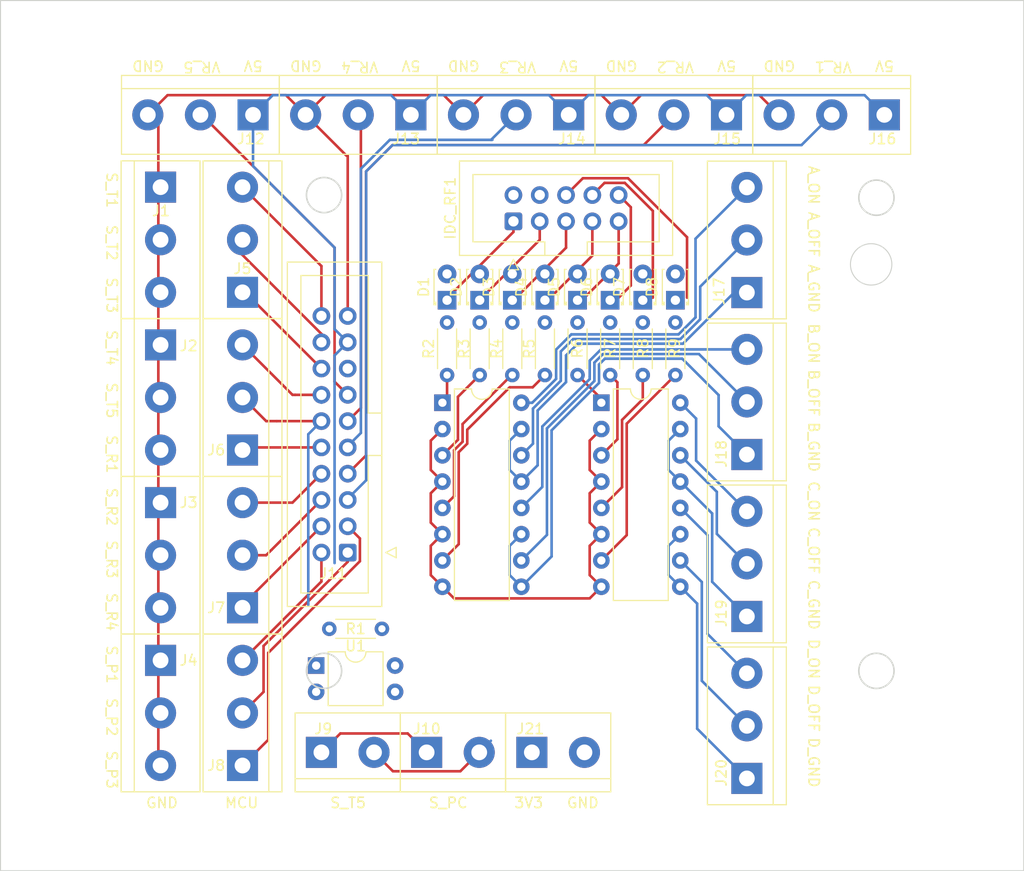
<source format=kicad_pcb>
(kicad_pcb (version 20221018) (generator pcbnew)
  (title_block (title "Control Panel Faceplate IO Breakout Board") (rev "0"))
  (layers (0 "F.Cu" signal) (31 "B.Cu" signal) (34 "B.Paste" user) (35 "F.Paste" user) (36 "B.SilkS" user "B.Silkscreen") (37 "F.SilkS" user "F.Silkscreen") (38 "B.Mask" user) (39 "F.Mask" user) (44 "Edge.Cuts" user))
  (net 0 "")
  (net 1 "/SW_T1")
  (net 2 "/SW_T2")
  (net 3 "/SW_T3")
  (net 4 "/SW_T4")
  (net 5 "/SW_T5")
  (net 6 "/SW_R1")
  (net 7 "/SW_R2")
  (net 8 "/SW_R3")
  (net 9 "/SW_R4")
  (net 10 "/SW_P1")
  (net 11 "/SW_P2")
  (net 12 "/SW_P3")
  (net 13 "/VR_1")
  (net 14 "/VR_2")
  (net 15 "/VR_3")
  (net 16 "/VR_4")
  (net 17 "/VR_5")
  (net 18 "/5V")
  (net 19 "Net-(D1-K)")
  (net 20 "/3V3")
  (net 21 "/GND")
  (net 22 "Net-(D2-K)")
  (net 23 "Net-(D3-K)")
  (net 24 "Net-(D4-K)")
  (net 25 "Net-(D5-K)")
  (net 26 "Net-(D6-K)")
  (net 27 "Net-(D7-K)")
  (net 28 "/GND2")
  (net 29 "Net-(D8-K)")
  (net 30 "/A_ON")
  (net 31 "/A_OFF")
  (net 33 "Net-(J17-Pin_1)")
  (net 34 "Net-(J17-Pin_2)")
  (net 35 "Net-(J17-Pin_3)")
  (net 36 "Net-(J18-Pin_1)")
  (net 37 "Net-(J18-Pin_2)")
  (net 38 "Net-(J18-Pin_3)")
  (net 39 "Net-(J19-Pin_1)")
  (net 40 "Net-(J19-Pin_2)")
  (net 41 "Net-(J19-Pin_3)")
  (net 42 "Net-(J20-Pin_1)")
  (net 43 "Net-(J20-Pin_2)")
  (net 44 "Net-(J20-Pin_3)")
  (net 45 "Net-(R1-Pad1)")
  (net 46 "Net-(R2-Pad1)")
  (net 47 "Net-(R3-Pad1)")
  (net 48 "Net-(R4-Pad1)")
  (net 49 "Net-(R7-Pad1)")
  (net 50 "Net-(R8-Pad1)")
  (net 51 "Net-(R5-Pad1)")
  (net 52 "Net-(R6-Pad1)")
  (net 53 "Net-(R9-Pad1)")
  (net 54 "/B_ON")
  (net 55 "/B_OFF")
  (net 56 "/C_ON")
  (net 57 "/C_OFF")
  (net 58 "/D_ON")
  (net 59 "/D_OFF")
  (net 60 "Net-(J10-Pin_1)")
  (net 61 "Net-(J10-Pin_2)")
  (footprint "TerminalBlock:TerminalBlock_bornier-3_P5.08mm" (layer "F.Cu") (at 75.438 4.445 180)
    (fp_text reference "J16")
    (fp_text value "Screw_Terminal_01x03")
  )
  (footprint "LED_THT:LED_D1.8mm_W3.3mm_H2.4mm" (layer "F.Cu") (at 55.26295 22.352 90)
    (fp_text reference "D8")
    (fp_text value "LED")
  )
  (footprint "Resistor_THT:R_Axial_DIN0204_L3.6mm_D1.6mm_P5.08mm_Horizontal" (layer "F.Cu") (at 55.26295 29.5842 90)
    (fp_text reference "R9")
    (fp_text value "330R" hide)
  )
  (footprint "LED_THT:LED_D1.8mm_W3.3mm_H2.4mm" (layer "F.Cu") (at 45.81415 22.352 90)
    (fp_text reference "D5")
    (fp_text value "LED")
  )
  (footprint "LED_THT:LED_D1.8mm_W3.3mm_H2.4mm" (layer "F.Cu") (at 42.66455 22.352 90)
    (fp_text reference "D4")
    (fp_text value "LED")
  )
  (footprint "TerminalBlock:TerminalBlock_bornier-3_P5.08mm" (layer "F.Cu") (at 5.548858 26.669234 -90)
    (fp_text reference "J2")
    (fp_text value "Screw_Terminal_01x03")
  )
  (footprint "TerminalBlock:TerminalBlock_bornier-3_P5.08mm" (layer "F.Cu") (at 13.462 52.07 90)
    (fp_text reference "J7")
    (fp_text value "Screw_Terminal_01x03")
  )
  (footprint "Connector_IDC:IDC-Header_2x05_P2.54mm_Vertical" (layer "F.Cu") (at 39.624 14.732 90)
    (fp_text reference "IDC_RF1")
    (fp_text value "IDC_SW")
  )
  (footprint "Resistor_THT:R_Axial_DIN0204_L3.6mm_D1.6mm_P5.08mm_Horizontal" (layer "F.Cu") (at 36.36535 29.5842 90)
    (fp_text reference "R3")
    (fp_text value "330R" hide)
  )
  (footprint "LED_THT:LED_D1.8mm_W3.3mm_H2.4mm" (layer "F.Cu") (at 33.21515 22.352 90)
    (fp_text reference "D1")
    (fp_text value "LED")
  )
  (footprint "Package_DIP:DIP-16_W7.62mm" (layer "F.Cu") (at 32.76515 32.258)
    (fp_text reference "U2" hide)
    (fp_text value "LTV-847")
  )
  (footprint "LED_THT:LED_D1.8mm_W3.3mm_H2.4mm" (layer "F.Cu") (at 36.36535 22.352 90)
    (fp_text reference "D2")
    (fp_text value "LED")
  )
  (footprint "Connector_IDC:IDC-Header_2x10_P2.54mm_Vertical" (layer "F.Cu") (at 23.622 46.736 180)
    (fp_text reference "J11")
    (fp_text value "J_IDC_SW_IN")
  )
  (footprint "TerminalBlock:TerminalBlock_bornier-3_P5.08mm" (layer "F.Cu") (at 13.462 67.31 90)
    (fp_text reference "J8")
    (fp_text value "Screw_Terminal_01x03")
  )
  (footprint "TerminalBlock:TerminalBlock_bornier-3_P5.08mm" (layer "F.Cu") (at 13.462 36.83 90)
    (fp_text reference "J6")
    (fp_text value "Screw_Terminal_01x03")
  )
  (footprint "TerminalBlock:TerminalBlock_bornier-3_P5.08mm" (layer "F.Cu") (at 5.548858 11.429234 -90)
    (fp_text reference "J1")
    (fp_text value "Screw_Terminal_01x03")
  )
  (footprint "TerminalBlock:TerminalBlock_bornier-3_P5.08mm" (layer "F.Cu") (at 5.548858 57.149234 -90)
    (fp_text reference "J4")
    (fp_text value "Screw_Terminal_01x03")
  )
  (footprint "Resistor_THT:R_Axial_DIN0204_L3.6mm_D1.6mm_P5.08mm_Horizontal" (layer "F.Cu") (at 42.66455 29.5842 90)
    (fp_text reference "R5")
    (fp_text value "330R" hide)
  )
  (footprint "TerminalBlock:TerminalBlock_bornier-3_P5.08mm" (layer "F.Cu") (at 14.478 4.445 180)
    (fp_text reference "J12")
    (fp_text value "Screw_Terminal_01x03")
  )
  (footprint "TerminalBlock:TerminalBlock_bornier-2_P5.08mm" (layer "F.Cu") (at 21.082 66.04)
    (fp_text reference "J9")
    (fp_text value "Screw_Terminal_01x02")
  )
  (footprint "TerminalBlock:TerminalBlock_bornier-3_P5.08mm" (layer "F.Cu") (at 60.198 4.445 180)
    (fp_text reference "J15")
    (fp_text value "Screw_Terminal_01x03")
  )
  (footprint "Resistor_THT:R_Axial_DIN0204_L3.6mm_D1.6mm_P5.08mm_Horizontal" (layer "F.Cu") (at 48.96375 29.5842 90)
    (fp_text reference "R7")
    (fp_text value "330R" hide)
  )
  (footprint "TerminalBlock:TerminalBlock_bornier-3_P5.08mm" (layer "F.Cu") (at 62.166 21.6132 90)
    (fp_text reference "J17")
    (fp_text value "Screw_Terminal_01x03")
  )
  (footprint "TerminalBlock:TerminalBlock_bornier-2_P5.08mm" (layer "F.Cu") (at 41.402 66.04)
    (fp_text reference "J21")
    (fp_text value "Screw_Terminal_01x02")
  )
  (footprint "TerminalBlock:TerminalBlock_bornier-3_P5.08mm" (layer "F.Cu") (at 29.718 4.445 180)
    (fp_text reference "J13")
    (fp_text value "Screw_Terminal_01x03")
  )
  (footprint "TerminalBlock:TerminalBlock_bornier-2_P5.08mm" (layer "F.Cu") (at 31.242 66.04)
    (fp_text reference "J10")
    (fp_text value "Screw_Terminal_01x02")
  )
  (footprint "Resistor_THT:R_Axial_DIN0204_L3.6mm_D1.6mm_P5.08mm_Horizontal" (layer "F.Cu") (at 45.81415 29.5842 90)
    (fp_text reference "R6")
    (fp_text value "330R" hide)
  )
  (footprint "TerminalBlock:TerminalBlock_bornier-3_P5.08mm" (layer "F.Cu") (at 62.166 68.5568 90)
    (fp_text reference "J20")
    (fp_text value "Screw_Terminal_01x03")
  )
  (footprint "Package_DIP:DIP-16_W7.62mm" (layer "F.Cu") (at 48.11295 32.258)
    (fp_text reference "U3" hide)
    (fp_text value "LTV-847")
  )
  (footprint "Resistor_THT:R_Axial_DIN0204_L3.6mm_D1.6mm_P5.08mm_Horizontal" (layer "F.Cu") (at 52.11335 29.5842 90)
    (fp_text reference "R8")
    (fp_text value "330R" hide)
  )
  (footprint "TerminalBlock:TerminalBlock_bornier-3_P5.08mm" (layer "F.Cu") (at 44.958 4.445 180)
    (fp_text reference "J14")
    (fp_text value "Screw_Terminal_01x03")
  )
  (footprint "TerminalBlock:TerminalBlock_bornier-3_P5.08mm" (layer "F.Cu") (at 5.548858 41.909234 -90)
    (fp_text reference "J3")
    (fp_text value "Screw_Terminal_01x03")
  )
  (footprint "Resistor_THT:R_Axial_DIN0204_L3.6mm_D1.6mm_P5.08mm_Horizontal" (layer "F.Cu") (at 39.51495 29.5842 90)
    (fp_text reference "R4")
    (fp_text value "330R" hide)
  )
  (footprint "LED_THT:LED_D1.8mm_W3.3mm_H2.4mm" (layer "F.Cu") (at 48.96375 22.352 90)
    (fp_text reference "D6")
    (fp_text value "LED")
  )
  (footprint "TerminalBlock:TerminalBlock_bornier-3_P5.08mm" (layer "F.Cu") (at 62.166 52.9104 90)
    (fp_text reference "J19")
    (fp_text value "Screw_Terminal_01x03")
  )
  (footprint "Resistor_THT:R_Axial_DIN0204_L3.6mm_D1.6mm_P5.08mm_Horizontal" (layer "F.Cu") (at 33.21515 29.5842 90)
    (fp_text reference "R2")
    (fp_text value "330R" hide)
  )
  (footprint "TerminalBlock:TerminalBlock_bornier-3_P5.08mm" (layer "F.Cu") (at 62.166 37.264 90)
    (fp_text reference "J18")
    (fp_text value "Screw_Terminal_01x03")
  )
  (footprint "LED_THT:LED_D1.8mm_W3.3mm_H2.4mm" (layer "F.Cu") (at 52.11335 22.352 90)
    (fp_text reference "D7")
    (fp_text value "LED")
  )
  (footprint "TerminalBlock:TerminalBlock_bornier-3_P5.08mm" (layer "F.Cu") (at 13.462 21.59 90)
    (fp_text reference "J5")
    (fp_text value "Screw_Terminal_01x03")
  )
  (footprint "LED_THT:LED_D1.8mm_W3.3mm_H2.4mm" (layer "F.Cu") (at 39.51495 22.352 90)
    (fp_text reference "D3")
    (fp_text value "LED")
  )
  (footprint "Resistor_THT:R_Axial_DIN0204_L3.6mm_D1.6mm_P5.08mm_Horizontal" (layer "F.Cu") (at 26.924 54.102 180)
    (fp_text reference "R1")
    (fp_text value "330R")
  )
  (footprint "Package_DIP:DIP-4_W7.62mm" (layer "F.Cu") (at 20.574 57.653)
    (fp_text reference "U1")
    (fp_text value "LTV-817")
  )
  (gr_circle (center 74.676 12.446) (end 76.376 12.446) (stroke (width 0.15)) (fill none) (layer "Edge.Cuts"))
  (gr_circle (center 74.166 18.89) (end 76.166 18.89) (stroke (width 0.1)) (fill none) (layer "Edge.Cuts"))
  (gr_circle (center 21.336 12.192) (end 23.036 12.192) (stroke (width 0.15)) (fill none) (layer "Edge.Cuts"))
  (gr_circle (center 74.676 58.166) (end 76.376 58.166) (stroke (width 0.15)) (fill none) (layer "Edge.Cuts"))
  (gr_circle (center 21.336 58.166) (end 23.036 58.166) (stroke (width 0.15)) (fill none) (layer "Edge.Cuts"))
  (gr_rect (start -9.906 -6.604) (end 88.9 77.47) (stroke (width 0.1)) (fill none) (layer "Edge.Cuts"))
  (gr_text "5V" (at 45.974 -0.889 180) (layer "F.SilkS") (effects (font (size 1 1)) (justify left bottom)))
  (gr_text "S_PC" (at 31.369 71.501) (layer "F.SilkS") (effects (font (size 1 1)) (justify left bottom)))
  (gr_text "A_ON" (at 68.039 9.271 -90) (layer "F.SilkS") (effects (font (size 1 1)) (justify left bottom)))
  (gr_text "S_T3" (at 0.254 20.066 270) (layer "F.SilkS") (effects (font (size 1 1)) (justify left bottom)))
  (gr_text "S_R2" (at 0.254 40.386 270) (layer "F.SilkS") (effects (font (size 1 1)) (justify left bottom)))
  (gr_text "S_P2" (at 0.254 60.706 270) (layer "F.SilkS") (effects (font (size 1 1)) (justify left bottom)))
  (gr_text "VR_1" (at 72.39 -0.762 180) (layer "F.SilkS") (effects (font (size 1 1)) (justify left bottom)))
  (gr_text "S_T4" (at 0.254 25.146 270) (layer "F.SilkS") (effects (font (size 1 1)) (justify left bottom)))
  (gr_text "GND" (at 66.929 -0.889 180) (layer "F.SilkS") (effects (font (size 1 1)) (justify left bottom)))
  (gr_text "C_ON" (at 68.039 39.751 -90) (layer "F.SilkS") (effects (font (size 1 1)) (justify left bottom)))
  (gr_text "S_R4" (at 0.254 50.546 270) (layer "F.SilkS") (effects (font (size 1 1)) (justify left bottom)))
  (gr_text "D_GND" (at 68.039 64.516 -90) (layer "F.SilkS") (effects (font (size 1 1)) (justify left bottom)))
  (gr_text "C_GND" (at 68.039 49.276 -90) (layer "F.SilkS") (effects (font (size 1 1)) (justify left bottom)))
  (gr_text "D_OFF" (at 68.039 59.436 -90) (layer "F.SilkS") (effects (font (size 1 1)) (justify left bottom)))
  (gr_text "S_P1" (at 0.254 55.626 270) (layer "F.SilkS") (effects (font (size 1 1)) (justify left bottom)))
  (gr_text "5V" (at 76.454 -0.889 180) (layer "F.SilkS") (effects (font (size 1 1)) (justify left bottom)))
  (gr_text "VR_3" (at 41.91 -0.762 180) (layer "F.SilkS") (effects (font (size 1 1)) (justify left bottom)))
  (gr_text "S_T5" (at 0.254 30.226 270) (layer "F.SilkS") (effects (font (size 1 1)) (justify left bottom)))
  (gr_text "GND" (at 51.689 -0.889 180) (layer "F.SilkS") (effects (font (size 1 1)) (justify left bottom)))
  (gr_text "MCU" (at 11.684 71.501) (layer "F.SilkS") (effects (font (size 1 1)) (justify left bottom)))
  (gr_text "A_GND" (at 68.039 18.796 -90) (layer "F.SilkS") (effects (font (size 1 1)) (justify left bottom)))
  (gr_text "VR_4" (at 26.67 -0.762 180) (layer "F.SilkS") (effects (font (size 1 1)) (justify left bottom)))
  (gr_text "S_P3" (at 0.254 65.786 270) (layer "F.SilkS") (effects (font (size 1 1)) (justify left bottom)))
  (gr_text "C_OFF" (at 68.039 44.196 -90) (layer "F.SilkS") (effects (font (size 1 1)) (justify left bottom)))
  (gr_text "GND" (at 4.064 71.501) (layer "F.SilkS") (effects (font (size 1 1)) (justify left bottom)))
  (gr_text "B_OFF" (at 68.039 28.956 -90) (layer "F.SilkS") (effects (font (size 1 1)) (justify left bottom)))
  (gr_text "5V" (at 30.734 -0.889 180) (layer "F.SilkS") (effects (font (size 1 1)) (justify left bottom)))
  (gr_text "A_OFF" (at 68.039 13.716 -90) (layer "F.SilkS") (effects (font (size 1 1)) (justify left bottom)))
  (gr_text "B_ON" (at 68.039 24.511 -90) (layer "F.SilkS") (effects (font (size 1 1)) (justify left bottom)))
  (gr_text "S_T2" (at 0.254 14.986 270) (layer "F.SilkS") (effects (font (size 1 1)) (justify left bottom)))
  (gr_text "3V3" (at 39.624 71.501) (layer "F.SilkS") (effects (font (size 1 1)) (justify left bottom)))
  (gr_text "VR_5" (at 11.43 -0.762 180) (layer "F.SilkS") (effects (font (size 1 1)) (justify left bottom)))
  (gr_text "GND" (at 5.969 -0.889 180) (layer "F.SilkS") (effects (font (size 1 1)) (justify left bottom)))
  (gr_text "B_GND" (at 68.039 34.036 -90) (layer "F.SilkS") (effects (font (size 1 1)) (justify left bottom)))
  (gr_text "GND" (at 36.449 -0.889 180) (layer "F.SilkS") (effects (font (size 1 1)) (justify left bottom)))
  (gr_text "VR_2" (at 57.15 -0.762 180) (layer "F.SilkS") (effects (font (size 1 1)) (justify left bottom)))
  (gr_text "GND" (at 44.704 71.501) (layer "F.SilkS") (effects (font (size 1 1)) (justify left bottom)))
  (gr_text "S_T5" (at 21.844 71.501) (layer "F.SilkS") (effects (font (size 1 1)) (justify left bottom)))
  (gr_text "S_R1" (at 0.254 35.306 270) (layer "F.SilkS") (effects (font (size 1 1)) (justify left bottom)))
  (gr_text "D_ON" (at 68.039 54.991 -90) (layer "F.SilkS") (effects (font (size 1 1)) (justify left bottom)))
  (gr_text "5V" (at 15.494 -0.889 180) (layer "F.SilkS") (effects (font (size 1 1)) (justify left bottom)))
  (gr_text "S_T1" (at 0.254 9.906 270) (layer "F.SilkS") (effects (font (size 1 1)) (justify left bottom)))
  (gr_text "5V" (at 61.214 -0.889 180) (layer "F.SilkS") (effects (font (size 1 1)) (justify left bottom)))
  (gr_text "S_R3" (at 0.254 45.466 270) (layer "F.SilkS") (effects (font (size 1 1)) (justify left bottom)))
  (gr_text "GND" (at 21.209 -0.889 180) (layer "F.SilkS") (effects (font (size 1 1)) (justify left bottom)))
  (segment (start 21.082 19.05) (end 13.462 11.43) (width 0.25) (layer "F.Cu") (net 1))
  (segment (start 21.082 23.876) (end 21.082 19.05) (width 0.25) (layer "F.Cu") (net 1))
  (segment (start 13.462 17.987) (end 13.462 16.51) (width 0.25) (layer "F.Cu") (net 2))
  (segment (start 21.082 25.607) (end 13.462 17.987) (width 0.25) (layer "F.Cu") (net 2))
  (segment (start 21.082 26.416) (end 21.082 25.607) (width 0.25) (layer "F.Cu") (net 2))
  (segment (start 14.732 21.59) (end 13.462 21.59) (width 0.25) (layer "F.Cu") (net 3))
  (segment (start 21.082 28.956) (end 13.716 21.59) (width 0.25) (layer "F.Cu") (net 3))
  (segment (start 13.716 21.59) (end 13.462 21.59) (width 0.25) (layer "F.Cu") (net 3))
  (segment (start 18.288 31.496) (end 18.542 31.496) (width 0.25) (layer "F.Cu") (net 4))
  (segment (start 21.082 31.496) (end 18.542 31.496) (width 0.25) (layer "F.Cu") (net 4))
  (segment (start 13.462 26.67) (end 18.288 31.496) (width 0.25) (layer "F.Cu") (net 4))
  (segment (start 21.082 31.496) (end 21.082 32.258) (width 0.25) (layer "B.Cu") (net 4))
  (segment (start 15.748 34.036) (end 16.764 34.036) (width 0.25) (layer "F.Cu") (net 5))
  (segment (start 13.462 31.75) (end 15.748 34.036) (width 0.25) (layer "F.Cu") (net 5))
  (segment (start 21.082 34.036) (end 16.764 34.036) (width 0.25) (layer "F.Cu") (net 5))
  (segment (start 21.082 34.036) (end 19.812 35.306) (width 0.25) (layer "B.Cu") (net 5))
  (segment (start 19.812 51.801) (end 19.812 35.306) (width 0.25) (layer "B.Cu") (net 5))
  (segment (start 21.082 36.576) (end 13.716 36.576) (width 0.25) (layer "F.Cu") (net 6))
  (segment (start 13.716 36.576) (end 13.462 36.83) (width 0.25) (layer "F.Cu") (net 6))
  (segment (start 21.082 39.116) (end 19.939 40.259) (width 0.25) (layer "F.Cu") (net 7))
  (segment (start 18.288 41.91) (end 19.939 40.259) (width 0.25) (layer "F.Cu") (net 7))
  (segment (start 13.462 41.91) (end 18.288 41.91) (width 0.25) (layer "F.Cu") (net 7))
  (segment (start 15.748 46.99) (end 16.256 46.482) (width 0.25) (layer "F.Cu") (net 8))
  (segment (start 13.462 46.99) (end 15.748 46.99) (width 0.25) (layer "F.Cu") (net 8))
  (segment (start 21.082 41.656) (end 16.256 46.482) (width 0.25) (layer "F.Cu") (net 8))
  (segment (start 21.082 44.196) (end 13.462 51.816) (width 0.25) (layer "F.Cu") (net 9))
  (segment (start 21.082 49.53) (end 13.462 57.15) (width 0.25) (layer "F.Cu") (net 10))
  (segment (start 21.082 49.53) (end 21.082 46.736) (width 0.25) (layer "F.Cu") (net 10))
  (segment (start 15.494 55.754396) (end 23.622 47.626396) (width 0.25) (layer "F.Cu") (net 11))
  (segment (start 13.462 62.23) (end 15.494 60.198) (width 0.25) (layer "F.Cu") (net 11))
  (segment (start 15.494 60.198) (end 15.494 55.754396) (width 0.25) (layer "F.Cu") (net 11))
  (segment (start 23.622 47.626396) (end 23.622 46.736) (width 0.25) (layer "F.Cu") (net 11))
  (segment (start 24.797 47.574173) (end 24.797 45.371) (width 0.25) (layer "F.Cu") (net 12))
  (segment (start 15.944 56.427173) (end 24.797 47.574173) (width 0.25) (layer "F.Cu") (net 12))
  (segment (start 24.797 45.371) (end 23.622 44.196) (width 0.25) (layer "F.Cu") (net 12))
  (segment (start 15.944 64.828) (end 15.944 56.427173) (width 0.25) (layer "F.Cu") (net 12))
  (segment (start 13.462 67.31) (end 15.944 64.828) (width 0.25) (layer "F.Cu") (net 12))
  (segment (start 27.94 7.366) (end 67.437 7.366) (width 0.25) (layer "B.Cu") (net 13))
  (segment (start 23.622 41.529) (end 25.4 39.751) (width 0.25) (layer "B.Cu") (net 13))
  (segment (start 67.437 7.366) (end 70.358 4.445) (width 0.25) (layer "B.Cu") (net 13))
  (segment (start 25.4 9.906) (end 27.94 7.366) (width 0.25) (layer "B.Cu") (net 13))
  (segment (start 25.4 39.751) (end 25.4 9.906) (width 0.25) (layer "B.Cu") (net 13))
  (segment (start 25.4 9.906) (end 27.94 7.366) (width 0.25) (layer "F.Cu") (net 14))
  (segment (start 27.94 7.366) (end 52.324 7.366) (width 0.25) (layer "F.Cu") (net 14))
  (segment (start 25.4 37.338) (end 25.4 9.906) (width 0.25) (layer "F.Cu") (net 14))
  (segment (start 52.197 7.366) (end 55.118 4.445) (width 0.25) (layer "F.Cu") (net 14))
  (segment (start 23.622 39.116) (end 25.4 37.338) (width 0.25) (layer "F.Cu") (net 14))
  (segment (start 27.686 6.858) (end 37.592 6.858) (width 0.25) (layer "B.Cu") (net 15))
  (segment (start 24.892 35.179) (end 24.892 9.652) (width 0.25) (layer "B.Cu") (net 15))
  (segment (start 23.622 36.449) (end 24.892 35.179) (width 0.25) (layer "B.Cu") (net 15))
  (segment (start 39.878 4.445) (end 37.465 6.858) (width 0.25) (layer "B.Cu") (net 15))
  (segment (start 24.892 9.652) (end 27.686 6.858) (width 0.25) (layer "B.Cu") (net 15))
  (segment (start 24.892 32.766) (end 24.892 4.699) (width 0.25) (layer "F.Cu") (net 16))
  (segment (start 23.622 34.036) (end 24.892 32.766) (width 0.25) (layer "F.Cu") (net 16))
  (segment (start 24.892 4.699) (end 24.638 4.445) (width 0.25) (layer "F.Cu") (net 16))
  (segment (start 22.352 17.272) (end 22.352 30.226) (width 0.25) (layer "F.Cu") (net 17))
  (segment (start 9.398 4.445) (end 9.525 4.445) (width 0.25) (layer "F.Cu") (net 17))
  (segment (start 9.525 4.445) (end 22.352 17.272) (width 0.25) (layer "F.Cu") (net 17))
  (segment (start 22.352 30.226) (end 23.622 31.496) (width 0.25) (layer "F.Cu") (net 17))
  (segment (start 14.478 9.398) (end 22.352 17.272) (width 0.25) (layer "B.Cu") (net 18))
  (segment (start 46.863 2.54) (end 58.293 2.54) (width 0.25) (layer "B.Cu") (net 18))
  (segment (start 22.352 27.686) (end 22.352 47.752) (width 0.25) (layer "B.Cu") (net 18))
  (segment (start 44.958 4.445) (end 46.863 2.54) (width 0.25) (layer "B.Cu") (net 18))
  (segment (start 22.352 25.146) (end 22.352 20.32) (width 0.25) (layer "B.Cu") (net 18))
  (segment (start 60.198 4.445) (end 62.103 2.54) (width 0.25) (layer "B.Cu") (net 18))
  (segment (start 43.053 2.54) (end 44.958 4.445) (width 0.25) (layer "B.Cu") (net 18))
  (segment (start 22.352 17.272) (end 22.352 20.32) (width 0.25) (layer "B.Cu") (net 18))
  (segment (start 73.533 2.54) (end 75.438 4.445) (width 0.25) (layer "B.Cu") (net 18))
  (segment (start 31.623 2.54) (end 43.053 2.54) (width 0.25) (layer "B.Cu") (net 18))
  (segment (start 22.352 27.686) (end 23.622 26.416) (width 0.25) (layer "B.Cu") (net 18))
  (segment (start 62.103 2.54) (end 73.533 2.54) (width 0.25) (layer "B.Cu") (net 18))
  (segment (start 27.813 2.54) (end 29.718 4.445) (width 0.25) (layer "B.Cu") (net 18))
  (segment (start 14.478 4.445) (end 16.383 2.54) (width 0.25) (layer "B.Cu") (net 18))
  (segment (start 29.718 4.445) (end 31.623 2.54) (width 0.25) (layer "B.Cu") (net 18))
  (segment (start 14.478 4.445) (end 14.478 9.398) (width 0.25) (layer "B.Cu") (net 18))
  (segment (start 16.383 2.54) (end 27.813 2.54) (width 0.25) (layer "B.Cu") (net 18))
  (segment (start 58.293 2.54) (end 60.198 4.445) (width 0.25) (layer "B.Cu") (net 18))
  (segment (start 23.622 26.416) (end 22.352 25.146) (width 0.25) (layer "B.Cu") (net 18))
  (segment (start 48.133 2.54) (end 50.038 4.445) (width 0.25) (layer "F.Cu") (net 21))
  (segment (start 50.137 4.544) (end 50.038 4.445) (width 0.25) (layer "F.Cu") (net 21))
  (segment (start 19.558 4.445) (end 21.463 2.54) (width 0.25) (layer "F.Cu") (net 21))
  (segment (start 5.334 5.461) (end 5.334 67.094376) (width 0.25) (layer "F.Cu") (net 21))
  (segment (start 4.318 4.445) (end 6.223 2.54) (width 0.25) (layer "F.Cu") (net 21))
  (segment (start 36.703 2.54) (end 48.133 2.54) (width 0.25) (layer "F.Cu") (net 21))
  (segment (start 63.373 2.54) (end 65.278 4.445) (width 0.25) (layer "F.Cu") (net 21))
  (segment (start 21.463 2.54) (end 32.893 2.54) (width 0.25) (layer "F.Cu") (net 21))
  (segment (start 4.318 4.445) (end 5.334 5.461) (width 0.25) (layer "F.Cu") (net 21))
  (segment (start 35.5505 5.1975) (end 34.798 4.445) (width 0.25) (layer "F.Cu") (net 21))
  (segment (start 50.038 4.445) (end 51.943 2.54) (width 0.25) (layer "F.Cu") (net 21))
  (segment (start 19.558 4.445) (end 23.495 8.382) (width 0.25) (layer "F.Cu") (net 21))
  (segment (start 51.943 2.54) (end 63.373 2.54) (width 0.25) (layer "F.Cu") (net 21))
  (segment (start 6.223 2.54) (end 17.653 2.54) (width 0.25) (layer "F.Cu") (net 21))
  (segment (start 17.653 2.54) (end 19.558 4.445) (width 0.25) (layer "F.Cu") (net 21))
  (segment (start 32.893 2.54) (end 34.798 4.445) (width 0.25) (layer "F.Cu") (net 21))
  (segment (start 34.798 4.445) (end 36.703 2.54) (width 0.25) (layer "F.Cu") (net 21))
  (segment (start 23.622 23.876) (end 23.622 8.382) (width 0.25) (layer "F.Cu") (net 21))
  (segment (start 5.334 67.094376) (end 5.548858 67.309234) (width 0.25) (layer "F.Cu") (net 21))
  (segment (start 46.98795 51.163) (end 33.89015 51.163) (width 0.25) (layer "F.Cu") (net 28))
  (segment (start 31.64015 38.753) (end 32.76515 39.878) (width 0.25) (layer "F.Cu") (net 28))
  (segment (start 32.76515 34.798) (end 31.64015 35.923) (width 0.25) (layer "F.Cu") (net 28))
  (segment (start 46.98795 38.753) (end 46.98795 35.923) (width 0.25) (layer "F.Cu") (net 28))
  (segment (start 31.64015 48.913) (end 32.76515 50.038) (width 0.25) (layer "F.Cu") (net 28))
  (segment (start 46.98795 41.003) (end 48.11295 39.878) (width 0.25) (layer "F.Cu") (net 28))
  (segment (start 31.64015 41.003) (end 31.64015 43.833) (width 0.25) (layer "F.Cu") (net 28))
  (segment (start 48.11295 50.038) (end 46.98795 51.163) (width 0.25) (layer "F.Cu") (net 28))
  (segment (start 48.11295 44.958) (end 46.98795 43.833) (width 0.25) (layer "F.Cu") (net 28))
  (segment (start 32.76515 44.958) (end 31.64015 46.083) (width 0.25) (layer "F.Cu") (net 28))
  (segment (start 46.98795 35.923) (end 48.11295 34.798) (width 0.25) (layer "F.Cu") (net 28))
  (segment (start 46.98795 43.833) (end 46.98795 41.003) (width 0.25) (layer "F.Cu") (net 28))
  (segment (start 33.89015 51.163) (end 32.76515 50.038) (width 0.25) (layer "F.Cu") (net 28))
  (segment (start 31.64015 46.083) (end 31.64015 48.913) (width 0.25) (layer "F.Cu") (net 28))
  (segment (start 31.64015 43.833) (end 32.76515 44.958) (width 0.25) (layer "F.Cu") (net 28))
  (segment (start 48.11295 39.878) (end 46.98795 38.753) (width 0.25) (layer "F.Cu") (net 28))
  (segment (start 48.11295 50.038) (end 46.98795 48.913) (width 0.25) (layer "F.Cu") (net 28))
  (segment (start 46.98795 48.913) (end 46.98795 46.083) (width 0.25) (layer "F.Cu") (net 28))
  (segment (start 31.64015 35.923) (end 31.64015 38.753) (width 0.25) (layer "F.Cu") (net 28))
  (segment (start 32.76515 39.878) (end 31.64015 41.003) (width 0.25) (layer "F.Cu") (net 28))
  (segment (start 46.98795 46.083) (end 48.11295 44.958) (width 0.25) (layer "F.Cu") (net 28))
  (segment (start 39.624 14.732) (end 39.624 15.7575) (width 0.25) (layer "F.Cu") (net 30))
  (segment (start 39.624 15.7575) (end 33.274 22.1075) (width 0.25) (layer "F.Cu") (net 30))
  (segment (start 42.164 16.5195) (end 36.576 22.1075) (width 0.25) (layer "F.Cu") (net 31))
  (segment (start 42.164 14.732) (end 42.164 16.5195) (width 0.25) (layer "F.Cu") (net 31))
  (segment (start 41.96015 38.303) (end 40.38515 39.878) (width 0.25) (layer "B.Cu") (net 33))
  (segment (start 55.996 26.554) (end 45.836 26.554) (width 0.25) (layer "B.Cu") (net 33))
  (segment (start 39.26015 35.923) (end 39.26015 38.753) (width 0.25) (layer "B.Cu") (net 33))
  (segment (start 62.166 21.6132) (end 60.9368 21.6132) (width 0.25) (layer "B.Cu") (net 33))
  (segment (start 45.836 26.554) (end 44.704 27.686) (width 0.25) (layer "B.Cu") (net 33))
  (segment (start 44.704 27.686) (end 44.704 30.267111) (width 0.25) (layer "B.Cu") (net 33))
  (segment (start 39.26015 38.753) (end 40.38515 39.878) (width 0.25) (layer "B.Cu") (net 33))
  (segment (start 60.9368 21.6132) (end 55.996 26.554) (width 0.25) (layer "B.Cu") (net 33))
  (segment (start 44.704 30.267111) (end 41.96015 33.010961) (width 0.25) (layer "B.Cu") (net 33))
  (segment (start 40.38515 34.798) (end 39.26015 35.923) (width 0.25) (layer "B.Cu") (net 33))
  (segment (start 41.96015 33.010961) (end 41.96015 38.303) (width 0.25) (layer "B.Cu") (net 33))
  (segment (start 44.196 30.138715) (end 41.51015 32.824565) (width 0.25) (layer "B.Cu") (net 34))
  (segment (start 41.51015 36.213) (end 40.38515 37.338) (width 0.25) (layer "B.Cu") (net 34))
  (segment (start 62.166 16.5332) (end 57.658 21.0412) (width 0.25) (layer "B.Cu") (net 34))
  (segment (start 57.658 21.0412) (end 57.658 24.195115) (width 0.25) (layer "B.Cu") (net 34))
  (segment (start 41.51015 32.824565) (end 41.51015 36.213) (width 0.25) (layer "B.Cu") (net 34))
  (segment (start 55.749115 26.104) (end 45.398396 26.104) (width 0.25) (layer "B.Cu") (net 34))
  (segment (start 57.658 24.195115) (end 55.749115 26.104) (width 0.25) (layer "B.Cu") (net 34))
  (segment (start 45.398396 26.104) (end 44.196 27.306396) (width 0.25) (layer "B.Cu") (net 34))
  (segment (start 44.196 27.306396) (end 44.196 30.138715) (width 0.25) (layer "B.Cu") (net 34))
  (segment (start 41.440319 32.258) (end 40.38515 32.258) (width 0.25) (layer "B.Cu") (net 35))
  (segment (start 43.746 29.952319) (end 41.440319 32.258) (width 0.25) (layer "B.Cu") (net 35))
  (segment (start 43.746 27.12) (end 43.746 29.952319) (width 0.25) (layer "B.Cu") (net 35))
  (segment (start 55.562719 25.654) (end 45.212 25.654) (width 0.25) (layer "B.Cu") (net 35))
  (segment (start 57.208 16.4112) (end 57.208 24.008719) (width 0.25) (layer "B.Cu") (net 35))
  (segment (start 62.1892 11.43) (end 57.208 16.4112) (width 0.25) (layer "B.Cu") (net 35))
  (segment (start 57.208 24.008719) (end 55.562719 25.654) (width 0.25) (layer "B.Cu") (net 35))
  (segment (start 45.212 25.654) (end 43.746 27.12) (width 0.25) (layer "B.Cu") (net 35))
  (segment (start 39.26015 46.083) (end 39.26015 48.913) (width 0.25) (layer "B.Cu") (net 36))
  (segment (start 39.26015 48.913) (end 40.38515 50.038) (width 0.25) (layer "B.Cu") (net 36))
  (segment (start 55.925802 28.004) (end 48.452792 28.004) (width 0.25) (layer "B.Cu") (net 36))
  (segment (start 47.89 30.344792) (end 43.31015 34.924642) (width 0.25) (layer "B.Cu") (net 36))
  (segment (start 62.166 37.264) (end 59.436 34.534) (width 0.25) (layer "B.Cu") (net 36))
  (segment (start 43.31015 47.113) (end 40.38515 50.038) (width 0.25) (layer "B.Cu") (net 36))
  (segment (start 59.436 31.514198) (end 55.925802 28.004) (width 0.25) (layer "B.Cu") (net 36))
  (segment (start 47.89 28.566792) (end 47.89 30.344792) (width 0.25) (layer "B.Cu") (net 36))
  (segment (start 40.38515 44.958) (end 39.26015 46.083) (width 0.25) (layer "B.Cu") (net 36))
  (segment (start 59.436 34.534) (end 59.436 31.514198) (width 0.25) (layer "B.Cu") (net 36))
  (segment (start 48.452792 28.004) (end 47.89 28.566792) (width 0.25) (layer "B.Cu") (net 36))
  (segment (start 43.31015 34.924642) (end 43.31015 47.113) (width 0.25) (layer "B.Cu") (net 36))
  (segment (start 62.166 32.184) (end 57.536 27.554) (width 0.25) (layer "B.Cu") (net 37))
  (segment (start 47.44 28.380396) (end 47.44 30.158396) (width 0.25) (layer "B.Cu") (net 37))
  (segment (start 57.536 27.554) (end 48.266396 27.554) (width 0.25) (layer "B.Cu") (net 37))
  (segment (start 42.86015 45.023) (end 40.38515 47.498) (width 0.25) (layer "B.Cu") (net 37))
  (segment (start 48.266396 27.554) (end 47.44 28.380396) (width 0.25) (layer "B.Cu") (net 37))
  (segment (start 42.86015 34.738246) (end 42.86015 45.023) (width 0.25) (layer "B.Cu") (net 37))
  (segment (start 47.44 30.158396) (end 42.86015 34.738246) (width 0.25) (layer "B.Cu") (net 37))
  (segment (start 42.41015 40.393) (end 40.38515 42.418) (width 0.25) (layer "B.Cu") (net 38))
  (segment (start 48.08 27.104) (end 46.99 28.194) (width 0.25) (layer "B.Cu") (net 38))
  (segment (start 46.99 28.194) (end 46.99 29.718) (width 0.25) (layer "B.Cu") (net 38))
  (segment (start 42.41015 34.55185) (end 42.41015 40.393) (width 0.25) (layer "B.Cu") (net 38))
  (segment (start 46.98795 29.97405) (end 42.41015 34.55185) (width 0.25) (layer "B.Cu") (net 38))
  (segment (start 46.99 29.718) (end 46.98795 29.72005) (width 0.25) (layer "B.Cu") (net 38))
  (segment (start 62.166 27.104) (end 48.08 27.104) (width 0.25) (layer "B.Cu") (net 38))
  (segment (start 46.98795 29.72005) (end 46.98795 29.97405) (width 0.25) (layer "B.Cu") (net 38))
  (segment (start 54.60795 35.923) (end 54.60795 38.753) (width 0.25) (layer "B.Cu") (net 39))
  (segment (start 62.166 52.9104) (end 58.814 49.5584) (width 0.25) (layer "B.Cu") (net 39))
  (segment (start 55.73295 34.798) (end 54.60795 35.923) (width 0.25) (layer "B.Cu") (net 39))
  (segment (start 58.814 49.5584) (end 58.814 42.95905) (width 0.25) (layer "B.Cu") (net 39))
  (segment (start 54.60795 38.753) (end 55.73295 39.878) (width 0.25) (layer "B.Cu") (net 39))
  (segment (start 58.814 42.95905) (end 55.73295 39.878) (width 0.25) (layer "B.Cu") (net 39))
  (segment (start 62.166 47.8304) (end 59.264 44.9284) (width 0.25) (layer "B.Cu") (net 40))
  (segment (start 59.264 40.86905) (end 55.73295 37.338) (width 0.25) (layer "B.Cu") (net 40))
  (segment (start 59.264 44.9284) (end 59.264 40.86905) (width 0.25) (layer "B.Cu") (net 40))
  (segment (start 57.264 37.8484) (end 57.264 33.78905) (width 0.25) (layer "B.Cu") (net 41))
  (segment (start 62.166 42.7504) (end 57.264 37.8484) (width 0.25) (layer "B.Cu") (net 41))
  (segment (start 57.264 33.78905) (end 55.73295 32.258) (width 0.25) (layer "B.Cu") (net 41))
  (segment (start 54.60795 46.083) (end 54.60795 48.913) (width 0.25) (layer "B.Cu") (net 42))
  (segment (start 54.60795 48.913) (end 55.73295 50.038) (width 0.25) (layer "B.Cu") (net 42))
  (segment (start 62.166 68.5568) (end 57.364 63.7548) (width 0.25) (layer "B.Cu") (net 42))
  (segment (start 57.364 63.7548) (end 57.364 51.66905) (width 0.25) (layer "B.Cu") (net 42))
  (segment (start 55.73295 44.958) (end 54.60795 46.083) (width 0.25) (layer "B.Cu") (net 42))
  (segment (start 57.364 51.66905) (end 55.73295 50.038) (width 0.25) (layer "B.Cu") (net 42))
  (segment (start 57.814 49.57905) (end 55.73295 47.498) (width 0.25) (layer "B.Cu") (net 43))
  (segment (start 62.166 63.4768) (end 57.814 59.1248) (width 0.25) (layer "B.Cu") (net 43))
  (segment (start 57.814 59.1248) (end 57.814 49.57905) (width 0.25) (layer "B.Cu") (net 43))
  (segment (start 62.166 58.3968) (end 58.364 54.5948) (width 0.25) (layer "B.Cu") (net 44))
  (segment (start 58.364 54.5948) (end 58.364 45.04905) (width 0.25) (layer "B.Cu") (net 44))
  (segment (start 58.364 45.04905) (end 55.73295 42.418) (width 0.25) (layer "B.Cu") (net 44))
  (segment (start 33.21515 31.808) (end 32.76515 32.258) (width 0.25) (layer "F.Cu") (net 46))
  (segment (start 33.21515 29.5842) (end 33.21515 31.808) (width 0.25) (layer "F.Cu") (net 46))
  (segment (start 36.36535 29.5842) (end 34.264 31.68555) (width 0.25) (layer "F.Cu") (net 47))
  (segment (start 34.264 35.83915) (end 32.76515 37.338) (width 0.25) (layer "F.Cu") (net 47))
  (segment (start 34.264 31.68555) (end 34.264 35.83915) (width 0.25) (layer "F.Cu") (net 47))
  (segment (start 34.714 34.316) (end 34.714 36.025546) (width 0.25) (layer "F.Cu") (net 48))
  (segment (start 39.4458 29.5842) (end 34.714 34.316) (width 0.25) (layer "F.Cu") (net 48))
  (segment (start 39.51495 29.5842) (end 39.4458 29.5842) (width 0.25) (layer "F.Cu") (net 48))
  (segment (start 34.714 36.025546) (end 33.89015 36.849396) (width 0.25) (layer "F.Cu") (net 48))
  (segment (start 33.89015 36.849396) (end 33.89015 41.293) (width 0.25) (layer "F.Cu") (net 48))
  (segment (start 33.89015 41.293) (end 32.76515 42.418) (width 0.25) (layer "F.Cu") (net 48))
  (segment (start 48.96375 29.5842) (end 49.66375 30.2842) (width 0.25) (layer "F.Cu") (net 49))
  (segment (start 49.66375 35.7872) (end 48.11295 37.338) (width 0.25) (layer "F.Cu") (net 49))
  (segment (start 49.66375 30.2842) (end 49.66375 35.7872) (width 0.25) (layer "F.Cu") (net 49))
  (segment (start 52.11335 29.5842) (end 52.11335 31.91665) (width 0.25) (layer "F.Cu") (net 50))
  (segment (start 50.11375 40.4172) (end 48.11295 42.418) (width 0.25) (layer "F.Cu") (net 50))
  (segment (start 50.11375 33.91625) (end 50.11375 40.4172) (width 0.25) (layer "F.Cu") (net 50))
  (segment (start 52.11335 31.91665) (end 50.11375 33.91625) (width 0.25) (layer "F.Cu") (net 50))
  (segment (start 34.34015 45.923) (end 32.76515 47.498) (width 0.25) (layer "F.Cu") (net 51))
  (segment (start 39.264 30.766) (end 35.164 34.866) (width 0.25) (layer "F.Cu") (net 51))
  (segment (start 41.48275 30.766) (end 39.264 30.766) (width 0.25) (layer "F.Cu") (net 51))
  (segment (start 42.66455 29.5842) (end 41.48275 30.766) (width 0.25) (layer "F.Cu") (net 51))
  (segment (start 35.164 36.211942) (end 34.34015 37.035792) (width 0.25) (layer "F.Cu") (net 51))
  (segment (start 35.164 34.866) (end 35.164 36.211942) (width 0.25) (layer "F.Cu") (net 51))
  (segment (start 34.34015 37.035792) (end 34.34015 45.923) (width 0.25) (layer "F.Cu") (net 51))
  (segment (start 45.81415 29.5842) (end 48.11295 31.883) (width 0.25) (layer "F.Cu") (net 52))
  (segment (start 48.11295 31.883) (end 48.11295 32.258) (width 0.25) (layer "F.Cu") (net 52))
  (segment (start 50.56375 34.2834) (end 50.56375 45.0472) (width 0.25) (layer "F.Cu") (net 53))
  (segment (start 50.56375 45.0472) (end 48.11295 47.498) (width 0.25) (layer "F.Cu") (net 53))
  (segment (start 55.26295 29.5842) (end 50.56375 34.2834) (width 0.25) (layer "F.Cu") (net 53))
  (segment (start 44.704 14.732) (end 44.704 17.2815) (width 0.25) (layer "F.Cu") (net 54))
  (segment (start 44.704 17.2815) (end 39.878 22.1075) (width 0.25) (layer "F.Cu") (net 54))
  (segment (start 47.244 14.732) (end 47.244 18.0435) (width 0.25) (layer "F.Cu") (net 55))
  (segment (start 47.244 18.0435) (end 43.18 22.1075) (width 0.25) (layer "F.Cu") (net 55))
  (segment (start 49.784 14.732) (end 49.784 18.8055) (width 0.25) (layer "F.Cu") (net 56))
  (segment (start 49.784 18.8055) (end 46.482 22.1075) (width 0.25) (layer "F.Cu") (net 56))
  (segment (start 50.959 13.367) (end 50.959 20.9325) (width 0.25) (layer "F.Cu") (net 57))
  (segment (start 49.784 12.192) (end 50.959 13.367) (width 0.25) (layer "F.Cu") (net 57))
  (segment (start 50.959 20.9325) (end 49.784 22.1075) (width 0.25) (layer "F.Cu") (net 57))
  (segment (start 53.086 13.7255) (end 53.086 22.1075) (width 0.25) (layer "F.Cu") (net 58))
  (segment (start 50.3775 11.017) (end 53.086 13.7255) (width 0.25) (layer "F.Cu") (net 58))
  (segment (start 48.419 11.017) (end 50.3775 11.017) (width 0.25) (layer "F.Cu") (net 58))
  (segment (start 47.244 12.192) (end 48.419 11.017) (width 0.25) (layer "F.Cu") (net 58))
  (segment (start 46.329 10.567) (end 50.6895 10.567) (width 0.25) (layer "F.Cu") (net 59))
  (segment (start 50.6895 10.567) (end 56.388 16.2655) (width 0.25) (layer "F.Cu") (net 59))
  (segment (start 44.704 12.192) (end 46.329 10.567) (width 0.25) (layer "F.Cu") (net 59))
  (segment (start 56.388 16.2655) (end 56.388 22.1075) (width 0.25) (layer "F.Cu") (net 59))
  (segment (start 22.907 64.215) (end 29.417 64.215) (width 0.25) (layer "F.Cu") (net 60))
  (segment (start 29.417 64.215) (end 31.242 66.04) (width 0.25) (layer "F.Cu") (net 60))
  (segment (start 21.082 66.04) (end 22.907 64.215) (width 0.25) (layer "F.Cu") (net 60))
  (segment (start 26.162 66.04) (end 27.987 67.865) (width 0.25) (layer "F.Cu") (net 61))
  (segment (start 34.497 67.865) (end 36.322 66.04) (width 0.25) (layer "F.Cu") (net 61))
  (segment (start 27.987 67.865) (end 34.497 67.865) (width 0.25) (layer "F.Cu") (net 61))
  (segment (start 37.447 64.915) (end 36.322 66.04) (width 0.25) (layer "B.Cu") (net 61))
)
</source>
